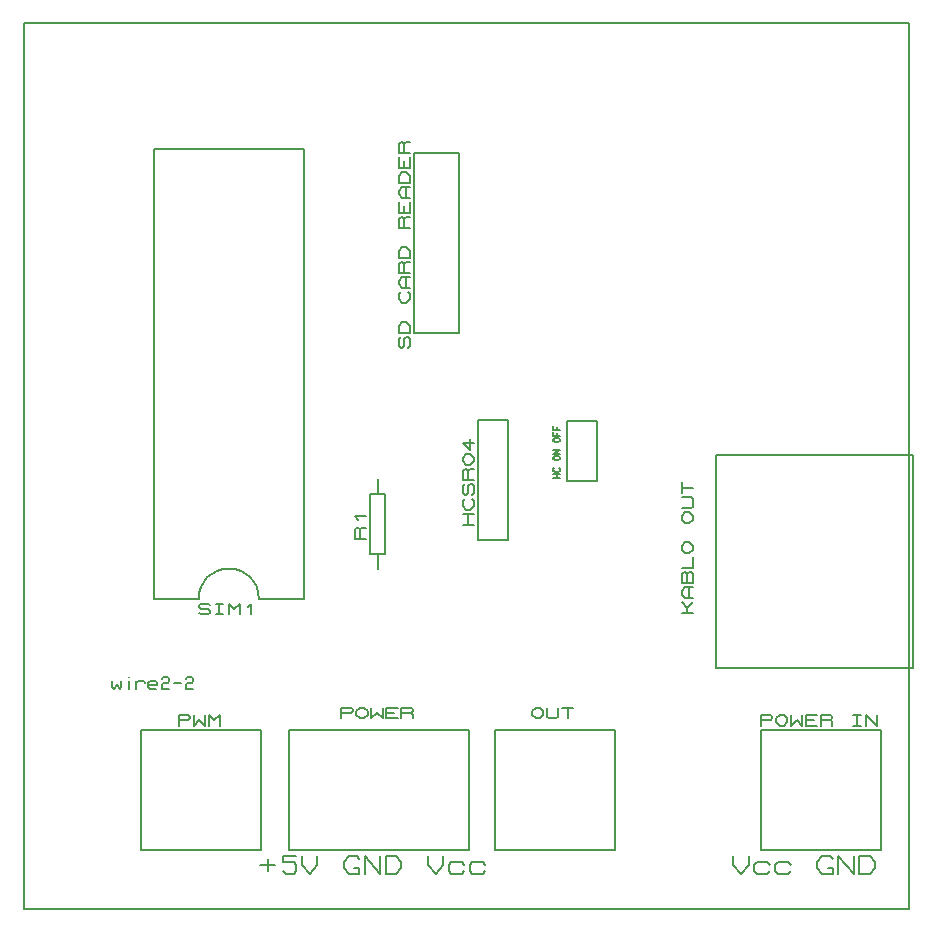
<source format=gbr>
G04 PROTEUS GERBER X2 FILE*
%TF.GenerationSoftware,Labcenter,Proteus,8.10-SP3-Build29560*%
%TF.CreationDate,2022-04-02T15:07:06+00:00*%
%TF.FileFunction,Legend,Top*%
%TF.FilePolarity,Positive*%
%TF.Part,Single*%
%TF.SameCoordinates,{4c8af1e2-d522-4a99-b856-79d3214d47b0}*%
%FSLAX45Y45*%
%MOMM*%
G01*
%TA.AperFunction,Profile*%
%ADD17C,0.203200*%
%TA.AperFunction,Material*%
%ADD19C,0.203200*%
%TD.AperFunction*%
D17*
X-12750000Y+3500000D02*
X-5250000Y+3500000D01*
X-5250000Y+11000000D01*
X-12750000Y+11000000D01*
X-12750000Y+3500000D01*
D19*
X-11012000Y+6377000D02*
X-11063752Y+6371920D01*
X-11111695Y+6357315D01*
X-11154875Y+6334138D01*
X-11192340Y+6303340D01*
X-11223138Y+6265875D01*
X-11246315Y+6222695D01*
X-11260920Y+6174752D01*
X-11266000Y+6123000D01*
X-11012000Y+6377000D02*
X-10959518Y+6371920D01*
X-10911234Y+6357315D01*
X-10868009Y+6334138D01*
X-10830708Y+6303340D01*
X-10800193Y+6265875D01*
X-10777328Y+6222695D01*
X-10762976Y+6174752D01*
X-10758000Y+6123000D01*
X-11266000Y+6123000D02*
X-11647000Y+6123000D01*
X-11647000Y+9933000D02*
X-10377000Y+9933000D01*
X-10377000Y+6123000D02*
X-10758000Y+6123000D01*
X-11647000Y+6123000D02*
X-11647000Y+9933000D01*
X-10377000Y+6123000D02*
X-10377000Y+9933000D01*
X-11266000Y+6006160D02*
X-11250125Y+5990920D01*
X-11186625Y+5990920D01*
X-11170750Y+6006160D01*
X-11170750Y+6021400D01*
X-11186625Y+6036640D01*
X-11250125Y+6036640D01*
X-11266000Y+6051880D01*
X-11266000Y+6067120D01*
X-11250125Y+6082360D01*
X-11186625Y+6082360D01*
X-11170750Y+6067120D01*
X-11123125Y+6082360D02*
X-11059625Y+6082360D01*
X-11091375Y+6082360D02*
X-11091375Y+5990920D01*
X-11123125Y+5990920D02*
X-11059625Y+5990920D01*
X-11012000Y+5990920D02*
X-11012000Y+6082360D01*
X-10964375Y+6036640D01*
X-10916750Y+6082360D01*
X-10916750Y+5990920D01*
X-10853250Y+6051880D02*
X-10821500Y+6082360D01*
X-10821500Y+5990920D01*
X-9440500Y+8373000D02*
X-9059500Y+8373000D01*
X-9059500Y+9897000D01*
X-9440500Y+9897000D01*
X-9440500Y+8373000D01*
X-9496380Y+8246000D02*
X-9481140Y+8261875D01*
X-9481140Y+8325375D01*
X-9496380Y+8341250D01*
X-9511620Y+8341250D01*
X-9526860Y+8325375D01*
X-9526860Y+8261875D01*
X-9542100Y+8246000D01*
X-9557340Y+8246000D01*
X-9572580Y+8261875D01*
X-9572580Y+8325375D01*
X-9557340Y+8341250D01*
X-9481140Y+8373000D02*
X-9572580Y+8373000D01*
X-9572580Y+8436500D01*
X-9542100Y+8468250D01*
X-9511620Y+8468250D01*
X-9481140Y+8436500D01*
X-9481140Y+8373000D01*
X-9496380Y+8722250D02*
X-9481140Y+8706375D01*
X-9481140Y+8658750D01*
X-9511620Y+8627000D01*
X-9542100Y+8627000D01*
X-9572580Y+8658750D01*
X-9572580Y+8706375D01*
X-9557340Y+8722250D01*
X-9481140Y+8754000D02*
X-9542100Y+8754000D01*
X-9572580Y+8785750D01*
X-9572580Y+8817500D01*
X-9542100Y+8849250D01*
X-9481140Y+8849250D01*
X-9511620Y+8754000D02*
X-9511620Y+8849250D01*
X-9481140Y+8881000D02*
X-9572580Y+8881000D01*
X-9572580Y+8960375D01*
X-9557340Y+8976250D01*
X-9542100Y+8976250D01*
X-9526860Y+8960375D01*
X-9526860Y+8881000D01*
X-9526860Y+8960375D02*
X-9511620Y+8976250D01*
X-9481140Y+8976250D01*
X-9481140Y+9008000D02*
X-9572580Y+9008000D01*
X-9572580Y+9071500D01*
X-9542100Y+9103250D01*
X-9511620Y+9103250D01*
X-9481140Y+9071500D01*
X-9481140Y+9008000D01*
X-9481140Y+9262000D02*
X-9572580Y+9262000D01*
X-9572580Y+9341375D01*
X-9557340Y+9357250D01*
X-9542100Y+9357250D01*
X-9526860Y+9341375D01*
X-9526860Y+9262000D01*
X-9526860Y+9341375D02*
X-9511620Y+9357250D01*
X-9481140Y+9357250D01*
X-9481140Y+9484250D02*
X-9481140Y+9389000D01*
X-9572580Y+9389000D01*
X-9572580Y+9484250D01*
X-9526860Y+9389000D02*
X-9526860Y+9452500D01*
X-9481140Y+9516000D02*
X-9542100Y+9516000D01*
X-9572580Y+9547750D01*
X-9572580Y+9579500D01*
X-9542100Y+9611250D01*
X-9481140Y+9611250D01*
X-9511620Y+9516000D02*
X-9511620Y+9611250D01*
X-9481140Y+9643000D02*
X-9572580Y+9643000D01*
X-9572580Y+9706500D01*
X-9542100Y+9738250D01*
X-9511620Y+9738250D01*
X-9481140Y+9706500D01*
X-9481140Y+9643000D01*
X-9481140Y+9865250D02*
X-9481140Y+9770000D01*
X-9572580Y+9770000D01*
X-9572580Y+9865250D01*
X-9526860Y+9770000D02*
X-9526860Y+9833500D01*
X-9481140Y+9897000D02*
X-9572580Y+9897000D01*
X-9572580Y+9976375D01*
X-9557340Y+9992250D01*
X-9542100Y+9992250D01*
X-9526860Y+9976375D01*
X-9526860Y+9897000D01*
X-9526860Y+9976375D02*
X-9511620Y+9992250D01*
X-9481140Y+9992250D01*
X-9750000Y+6377000D02*
X-9750000Y+6504000D01*
X-9813500Y+6504000D02*
X-9686500Y+6504000D01*
X-9686500Y+7012000D01*
X-9813500Y+7012000D01*
X-9813500Y+6504000D01*
X-9750000Y+7012000D02*
X-9750000Y+7139000D01*
X-9854140Y+6631000D02*
X-9945580Y+6631000D01*
X-9945580Y+6710375D01*
X-9930340Y+6726250D01*
X-9915100Y+6726250D01*
X-9899860Y+6710375D01*
X-9899860Y+6631000D01*
X-9899860Y+6710375D02*
X-9884620Y+6726250D01*
X-9854140Y+6726250D01*
X-9915100Y+6789750D02*
X-9945580Y+6821500D01*
X-9854140Y+6821500D01*
X-8898000Y+6619000D02*
X-8644000Y+6619000D01*
X-8644000Y+7635000D01*
X-8898000Y+7635000D01*
X-8898000Y+6619000D01*
X-8938640Y+6746000D02*
X-9030080Y+6746000D01*
X-9030080Y+6841250D02*
X-8938640Y+6841250D01*
X-8984360Y+6746000D02*
X-8984360Y+6841250D01*
X-8953880Y+6968250D02*
X-8938640Y+6952375D01*
X-8938640Y+6904750D01*
X-8969120Y+6873000D01*
X-8999600Y+6873000D01*
X-9030080Y+6904750D01*
X-9030080Y+6952375D01*
X-9014840Y+6968250D01*
X-8953880Y+7000000D02*
X-8938640Y+7015875D01*
X-8938640Y+7079375D01*
X-8953880Y+7095250D01*
X-8969120Y+7095250D01*
X-8984360Y+7079375D01*
X-8984360Y+7015875D01*
X-8999600Y+7000000D01*
X-9014840Y+7000000D01*
X-9030080Y+7015875D01*
X-9030080Y+7079375D01*
X-9014840Y+7095250D01*
X-8938640Y+7127000D02*
X-9030080Y+7127000D01*
X-9030080Y+7206375D01*
X-9014840Y+7222250D01*
X-8999600Y+7222250D01*
X-8984360Y+7206375D01*
X-8984360Y+7127000D01*
X-8984360Y+7206375D02*
X-8969120Y+7222250D01*
X-8938640Y+7222250D01*
X-8999600Y+7254000D02*
X-9030080Y+7285750D01*
X-9030080Y+7317500D01*
X-8999600Y+7349250D01*
X-8969120Y+7349250D01*
X-8938640Y+7317500D01*
X-8938640Y+7285750D01*
X-8969120Y+7254000D01*
X-8999600Y+7254000D01*
X-8969120Y+7476250D02*
X-8969120Y+7381000D01*
X-9030080Y+7444500D01*
X-8938640Y+7444500D01*
X-6504000Y+5008000D02*
X-6504000Y+3992000D01*
X-5488000Y+5008000D02*
X-5488000Y+3992000D01*
X-6504000Y+3992000D02*
X-5488000Y+3992000D01*
X-6504000Y+5008000D02*
X-5488000Y+5008000D01*
X-6504000Y+5048640D02*
X-6504000Y+5140080D01*
X-6424625Y+5140080D01*
X-6408750Y+5124840D01*
X-6408750Y+5109600D01*
X-6424625Y+5094360D01*
X-6504000Y+5094360D01*
X-6377000Y+5109600D02*
X-6345250Y+5140080D01*
X-6313500Y+5140080D01*
X-6281750Y+5109600D01*
X-6281750Y+5079120D01*
X-6313500Y+5048640D01*
X-6345250Y+5048640D01*
X-6377000Y+5079120D01*
X-6377000Y+5109600D01*
X-6250000Y+5140080D02*
X-6250000Y+5048640D01*
X-6202375Y+5094360D01*
X-6154750Y+5048640D01*
X-6154750Y+5140080D01*
X-6027750Y+5048640D02*
X-6123000Y+5048640D01*
X-6123000Y+5140080D01*
X-6027750Y+5140080D01*
X-6123000Y+5094360D02*
X-6059500Y+5094360D01*
X-5996000Y+5048640D02*
X-5996000Y+5140080D01*
X-5916625Y+5140080D01*
X-5900750Y+5124840D01*
X-5900750Y+5109600D01*
X-5916625Y+5094360D01*
X-5996000Y+5094360D01*
X-5916625Y+5094360D02*
X-5900750Y+5079120D01*
X-5900750Y+5048640D01*
X-5726125Y+5140080D02*
X-5662625Y+5140080D01*
X-5694375Y+5140080D02*
X-5694375Y+5048640D01*
X-5726125Y+5048640D02*
X-5662625Y+5048640D01*
X-5615000Y+5048640D02*
X-5615000Y+5140080D01*
X-5519750Y+5048640D01*
X-5519750Y+5140080D01*
X-11754000Y+5008000D02*
X-11754000Y+3992000D01*
X-10738000Y+5008000D02*
X-10738000Y+3992000D01*
X-11754000Y+3992000D02*
X-10738000Y+3992000D01*
X-11754000Y+5008000D02*
X-10738000Y+5008000D01*
X-11436500Y+5048640D02*
X-11436500Y+5140080D01*
X-11357125Y+5140080D01*
X-11341250Y+5124840D01*
X-11341250Y+5109600D01*
X-11357125Y+5094360D01*
X-11436500Y+5094360D01*
X-11309500Y+5140080D02*
X-11309500Y+5048640D01*
X-11261875Y+5094360D01*
X-11214250Y+5048640D01*
X-11214250Y+5140080D01*
X-11182500Y+5048640D02*
X-11182500Y+5140080D01*
X-11134875Y+5094360D01*
X-11087250Y+5140080D01*
X-11087250Y+5048640D01*
X-7746000Y+3992000D02*
X-7746000Y+5008000D01*
X-8762000Y+3992000D02*
X-8762000Y+5008000D01*
X-7746000Y+5008000D02*
X-8762000Y+5008000D01*
X-7746000Y+3992000D02*
X-8762000Y+3992000D01*
X-8444500Y+5170880D02*
X-8412750Y+5201360D01*
X-8381000Y+5201360D01*
X-8349250Y+5170880D01*
X-8349250Y+5140400D01*
X-8381000Y+5109920D01*
X-8412750Y+5109920D01*
X-8444500Y+5140400D01*
X-8444500Y+5170880D01*
X-8317500Y+5201360D02*
X-8317500Y+5125160D01*
X-8301625Y+5109920D01*
X-8238125Y+5109920D01*
X-8222250Y+5125160D01*
X-8222250Y+5201360D01*
X-8190500Y+5201360D02*
X-8095250Y+5201360D01*
X-8142875Y+5201360D02*
X-8142875Y+5109920D01*
X-8980000Y+3992000D02*
X-8980000Y+5008000D01*
X-10504000Y+3992000D02*
X-10504000Y+5008000D01*
X-8980000Y+5008000D02*
X-10504000Y+5008000D01*
X-10504000Y+3992000D02*
X-8980000Y+3992000D01*
X-10059500Y+5109920D02*
X-10059500Y+5201360D01*
X-9980125Y+5201360D01*
X-9964250Y+5186120D01*
X-9964250Y+5170880D01*
X-9980125Y+5155640D01*
X-10059500Y+5155640D01*
X-9932500Y+5170880D02*
X-9900750Y+5201360D01*
X-9869000Y+5201360D01*
X-9837250Y+5170880D01*
X-9837250Y+5140400D01*
X-9869000Y+5109920D01*
X-9900750Y+5109920D01*
X-9932500Y+5140400D01*
X-9932500Y+5170880D01*
X-9805500Y+5201360D02*
X-9805500Y+5109920D01*
X-9757875Y+5155640D01*
X-9710250Y+5109920D01*
X-9710250Y+5201360D01*
X-9583250Y+5109920D02*
X-9678500Y+5109920D01*
X-9678500Y+5201360D01*
X-9583250Y+5201360D01*
X-9678500Y+5155640D02*
X-9615000Y+5155640D01*
X-9551500Y+5109920D02*
X-9551500Y+5201360D01*
X-9472125Y+5201360D01*
X-9456250Y+5186120D01*
X-9456250Y+5170880D01*
X-9472125Y+5155640D01*
X-9551500Y+5155640D01*
X-9472125Y+5155640D02*
X-9456250Y+5140400D01*
X-9456250Y+5109920D01*
X-8148000Y+7119000D02*
X-7894000Y+7119000D01*
X-7894000Y+7627000D01*
X-8148000Y+7627000D01*
X-8148000Y+7119000D01*
X-8203880Y+7144400D02*
X-8264840Y+7144400D01*
X-8264840Y+7182500D02*
X-8203880Y+7182500D01*
X-8234360Y+7144400D02*
X-8234360Y+7182500D01*
X-8214040Y+7233300D02*
X-8203880Y+7226950D01*
X-8203880Y+7207900D01*
X-8224200Y+7195200D01*
X-8244520Y+7195200D01*
X-8264840Y+7207900D01*
X-8264840Y+7226950D01*
X-8254680Y+7233300D01*
X-8244520Y+7296800D02*
X-8264840Y+7309500D01*
X-8264840Y+7322200D01*
X-8244520Y+7334900D01*
X-8224200Y+7334900D01*
X-8203880Y+7322200D01*
X-8203880Y+7309500D01*
X-8224200Y+7296800D01*
X-8244520Y+7296800D01*
X-8203880Y+7347600D02*
X-8264840Y+7347600D01*
X-8203880Y+7385700D01*
X-8264840Y+7385700D01*
X-8244520Y+7449200D02*
X-8264840Y+7461900D01*
X-8264840Y+7474600D01*
X-8244520Y+7487300D01*
X-8224200Y+7487300D01*
X-8203880Y+7474600D01*
X-8203880Y+7461900D01*
X-8224200Y+7449200D01*
X-8244520Y+7449200D01*
X-8203880Y+7500000D02*
X-8264840Y+7500000D01*
X-8264840Y+7538100D01*
X-8234360Y+7500000D02*
X-8234360Y+7525400D01*
X-8203880Y+7550800D02*
X-8264840Y+7550800D01*
X-8264840Y+7588900D01*
X-8234360Y+7550800D02*
X-8234360Y+7576200D01*
X-6883540Y+5537720D02*
X-5217300Y+5537720D01*
X-5217300Y+7341120D01*
X-6883540Y+7341120D01*
X-6883540Y+5537720D01*
X-7176660Y+5998920D02*
X-7085220Y+5998920D01*
X-7176660Y+6094170D02*
X-7130940Y+6046545D01*
X-7085220Y+6094170D01*
X-7130940Y+5998920D02*
X-7130940Y+6046545D01*
X-7085220Y+6125920D02*
X-7146180Y+6125920D01*
X-7176660Y+6157670D01*
X-7176660Y+6189420D01*
X-7146180Y+6221170D01*
X-7085220Y+6221170D01*
X-7115700Y+6125920D02*
X-7115700Y+6221170D01*
X-7085220Y+6252920D02*
X-7176660Y+6252920D01*
X-7176660Y+6332295D01*
X-7161420Y+6348170D01*
X-7146180Y+6348170D01*
X-7130940Y+6332295D01*
X-7115700Y+6348170D01*
X-7100460Y+6348170D01*
X-7085220Y+6332295D01*
X-7085220Y+6252920D01*
X-7130940Y+6252920D02*
X-7130940Y+6332295D01*
X-7176660Y+6379920D02*
X-7085220Y+6379920D01*
X-7085220Y+6475170D01*
X-7146180Y+6506920D02*
X-7176660Y+6538670D01*
X-7176660Y+6570420D01*
X-7146180Y+6602170D01*
X-7115700Y+6602170D01*
X-7085220Y+6570420D01*
X-7085220Y+6538670D01*
X-7115700Y+6506920D01*
X-7146180Y+6506920D01*
X-7146180Y+6760920D02*
X-7176660Y+6792670D01*
X-7176660Y+6824420D01*
X-7146180Y+6856170D01*
X-7115700Y+6856170D01*
X-7085220Y+6824420D01*
X-7085220Y+6792670D01*
X-7115700Y+6760920D01*
X-7146180Y+6760920D01*
X-7176660Y+6887920D02*
X-7100460Y+6887920D01*
X-7085220Y+6903795D01*
X-7085220Y+6967295D01*
X-7100460Y+6983170D01*
X-7176660Y+6983170D01*
X-7176660Y+7014920D02*
X-7176660Y+7110170D01*
X-7176660Y+7062545D02*
X-7085220Y+7062545D01*
X-12000000Y+5428880D02*
X-12000000Y+5375540D01*
X-11987300Y+5357760D01*
X-11961900Y+5393320D01*
X-11936500Y+5357760D01*
X-11923800Y+5375540D01*
X-11923800Y+5428880D01*
X-11860300Y+5428880D02*
X-11860300Y+5357760D01*
X-11860300Y+5464440D02*
X-11860300Y+5464440D01*
X-11796800Y+5357760D02*
X-11796800Y+5428880D01*
X-11796800Y+5411100D02*
X-11784100Y+5428880D01*
X-11733300Y+5428880D01*
X-11720600Y+5411100D01*
X-11695200Y+5393320D02*
X-11619000Y+5393320D01*
X-11619000Y+5411100D01*
X-11631700Y+5428880D01*
X-11682500Y+5428880D01*
X-11695200Y+5411100D01*
X-11695200Y+5375540D01*
X-11682500Y+5357760D01*
X-11631700Y+5357760D01*
X-11580900Y+5446660D02*
X-11568200Y+5464440D01*
X-11530100Y+5464440D01*
X-11517400Y+5446660D01*
X-11517400Y+5428880D01*
X-11530100Y+5411100D01*
X-11568200Y+5411100D01*
X-11580900Y+5393320D01*
X-11580900Y+5357760D01*
X-11517400Y+5357760D01*
X-11479300Y+5411100D02*
X-11415800Y+5411100D01*
X-11377700Y+5446660D02*
X-11365000Y+5464440D01*
X-11326900Y+5464440D01*
X-11314200Y+5446660D01*
X-11314200Y+5428880D01*
X-11326900Y+5411100D01*
X-11365000Y+5411100D01*
X-11377700Y+5393320D01*
X-11377700Y+5357760D01*
X-11314200Y+5357760D01*
X-6742000Y+3949200D02*
X-6742000Y+3873000D01*
X-6675325Y+3796800D01*
X-6608650Y+3873000D01*
X-6608650Y+3949200D01*
X-6430850Y+3873000D02*
X-6453075Y+3898400D01*
X-6541975Y+3898400D01*
X-6564200Y+3873000D01*
X-6564200Y+3822200D01*
X-6541975Y+3796800D01*
X-6453075Y+3796800D01*
X-6430850Y+3822200D01*
X-6253050Y+3873000D02*
X-6275275Y+3898400D01*
X-6364175Y+3898400D01*
X-6386400Y+3873000D01*
X-6386400Y+3822200D01*
X-6364175Y+3796800D01*
X-6275275Y+3796800D01*
X-6253050Y+3822200D01*
X-5941900Y+3847600D02*
X-5897450Y+3847600D01*
X-5897450Y+3796800D01*
X-5986350Y+3796800D01*
X-6030800Y+3847600D01*
X-6030800Y+3898400D01*
X-5986350Y+3949200D01*
X-5919675Y+3949200D01*
X-5897450Y+3923800D01*
X-5853000Y+3796800D02*
X-5853000Y+3949200D01*
X-5719650Y+3796800D01*
X-5719650Y+3949200D01*
X-5675200Y+3796800D02*
X-5675200Y+3949200D01*
X-5586300Y+3949200D01*
X-5541850Y+3898400D01*
X-5541850Y+3847600D01*
X-5586300Y+3796800D01*
X-5675200Y+3796800D01*
X-10750000Y+3873000D02*
X-10616650Y+3873000D01*
X-10683325Y+3923800D02*
X-10683325Y+3822200D01*
X-10438850Y+3949200D02*
X-10549975Y+3949200D01*
X-10549975Y+3898400D01*
X-10461075Y+3898400D01*
X-10438850Y+3873000D01*
X-10438850Y+3822200D01*
X-10461075Y+3796800D01*
X-10527750Y+3796800D01*
X-10549975Y+3822200D01*
X-10394400Y+3949200D02*
X-10394400Y+3873000D01*
X-10327725Y+3796800D01*
X-10261050Y+3873000D01*
X-10261050Y+3949200D01*
X-9949900Y+3847600D02*
X-9905450Y+3847600D01*
X-9905450Y+3796800D01*
X-9994350Y+3796800D01*
X-10038800Y+3847600D01*
X-10038800Y+3898400D01*
X-9994350Y+3949200D01*
X-9927675Y+3949200D01*
X-9905450Y+3923800D01*
X-9861000Y+3796800D02*
X-9861000Y+3949200D01*
X-9727650Y+3796800D01*
X-9727650Y+3949200D01*
X-9683200Y+3796800D02*
X-9683200Y+3949200D01*
X-9594300Y+3949200D01*
X-9549850Y+3898400D01*
X-9549850Y+3847600D01*
X-9594300Y+3796800D01*
X-9683200Y+3796800D01*
X-9327600Y+3949200D02*
X-9327600Y+3873000D01*
X-9260925Y+3796800D01*
X-9194250Y+3873000D01*
X-9194250Y+3949200D01*
X-9016450Y+3873000D02*
X-9038675Y+3898400D01*
X-9127575Y+3898400D01*
X-9149800Y+3873000D01*
X-9149800Y+3822200D01*
X-9127575Y+3796800D01*
X-9038675Y+3796800D01*
X-9016450Y+3822200D01*
X-8838650Y+3873000D02*
X-8860875Y+3898400D01*
X-8949775Y+3898400D01*
X-8972000Y+3873000D01*
X-8972000Y+3822200D01*
X-8949775Y+3796800D01*
X-8860875Y+3796800D01*
X-8838650Y+3822200D01*
M02*

</source>
